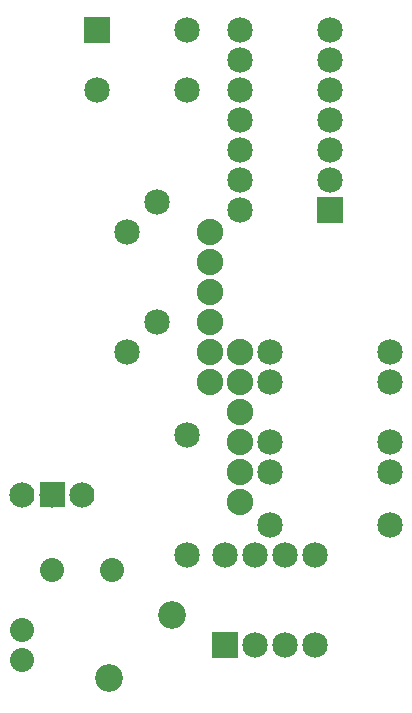
<source format=gbs>
G04 MADE WITH FRITZING*
G04 WWW.FRITZING.ORG*
G04 DOUBLE SIDED*
G04 HOLES PLATED*
G04 CONTOUR ON CENTER OF CONTOUR VECTOR*
%ASAXBY*%
%FSLAX23Y23*%
%MOIN*%
%OFA0B0*%
%SFA1.0B1.0*%
%ADD10C,0.085000*%
%ADD11C,0.088000*%
%ADD12C,0.084000*%
%ADD13C,0.080000*%
%ADD14C,0.092000*%
%ADD15R,0.085000X0.085000*%
%ADD16C,0.030000*%
%ADD17R,0.001000X0.001000*%
%LNMASK0*%
G90*
G70*
G54D10*
X366Y2233D03*
X666Y2233D03*
X366Y2033D03*
X666Y2033D03*
G54D11*
X741Y1558D03*
X741Y1458D03*
X741Y1358D03*
X741Y1258D03*
X741Y1158D03*
X741Y1058D03*
X841Y1158D03*
X841Y1058D03*
X841Y958D03*
X841Y858D03*
X841Y758D03*
X841Y658D03*
G54D10*
X566Y1658D03*
X566Y1258D03*
G54D12*
X116Y683D03*
X216Y683D03*
X316Y683D03*
G54D13*
X216Y433D03*
X416Y433D03*
X116Y133D03*
X116Y233D03*
G54D10*
X791Y183D03*
X791Y483D03*
X891Y183D03*
X891Y483D03*
X991Y183D03*
X991Y483D03*
X1091Y183D03*
X1091Y483D03*
G54D14*
X405Y72D03*
X615Y283D03*
G54D10*
X941Y758D03*
X1341Y758D03*
X666Y483D03*
X666Y883D03*
X941Y583D03*
X1341Y583D03*
X1141Y1633D03*
X841Y1633D03*
X1141Y1733D03*
X841Y1733D03*
X1141Y1833D03*
X841Y1833D03*
X1141Y1933D03*
X841Y1933D03*
X1141Y2033D03*
X841Y2033D03*
X1141Y2133D03*
X841Y2133D03*
X1141Y2233D03*
X841Y2233D03*
X466Y1558D03*
X466Y1158D03*
X1341Y858D03*
X941Y858D03*
X1341Y1058D03*
X941Y1058D03*
X1341Y1158D03*
X941Y1158D03*
G54D15*
X366Y2233D03*
X791Y183D03*
X1141Y1633D03*
G54D16*
G36*
X404Y115D02*
X448Y71D01*
X404Y27D01*
X360Y71D01*
X404Y115D01*
G37*
D02*
G54D17*
X174Y725D02*
X257Y725D01*
X174Y724D02*
X257Y724D01*
X174Y723D02*
X257Y723D01*
X174Y722D02*
X257Y722D01*
X174Y721D02*
X257Y721D01*
X174Y720D02*
X257Y720D01*
X174Y719D02*
X257Y719D01*
X174Y718D02*
X257Y718D01*
X174Y717D02*
X257Y717D01*
X174Y716D02*
X257Y716D01*
X174Y715D02*
X257Y715D01*
X174Y714D02*
X257Y714D01*
X174Y713D02*
X257Y713D01*
X174Y712D02*
X257Y712D01*
X174Y711D02*
X257Y711D01*
X174Y710D02*
X257Y710D01*
X174Y709D02*
X257Y709D01*
X174Y708D02*
X257Y708D01*
X174Y707D02*
X257Y707D01*
X174Y706D02*
X257Y706D01*
X174Y705D02*
X257Y705D01*
X174Y704D02*
X257Y704D01*
X174Y703D02*
X257Y703D01*
X174Y702D02*
X257Y702D01*
X174Y701D02*
X257Y701D01*
X174Y700D02*
X257Y700D01*
X174Y699D02*
X257Y699D01*
X174Y698D02*
X214Y698D01*
X217Y698D02*
X257Y698D01*
X174Y697D02*
X209Y697D01*
X221Y697D02*
X257Y697D01*
X174Y696D02*
X207Y696D01*
X223Y696D02*
X257Y696D01*
X174Y695D02*
X206Y695D01*
X225Y695D02*
X257Y695D01*
X174Y694D02*
X205Y694D01*
X226Y694D02*
X257Y694D01*
X174Y693D02*
X204Y693D01*
X227Y693D02*
X257Y693D01*
X174Y692D02*
X203Y692D01*
X228Y692D02*
X257Y692D01*
X174Y691D02*
X202Y691D01*
X228Y691D02*
X257Y691D01*
X174Y690D02*
X201Y690D01*
X229Y690D02*
X257Y690D01*
X174Y689D02*
X201Y689D01*
X229Y689D02*
X257Y689D01*
X174Y688D02*
X201Y688D01*
X230Y688D02*
X257Y688D01*
X174Y687D02*
X200Y687D01*
X230Y687D02*
X257Y687D01*
X174Y686D02*
X200Y686D01*
X230Y686D02*
X257Y686D01*
X174Y685D02*
X200Y685D01*
X230Y685D02*
X257Y685D01*
X174Y684D02*
X200Y684D01*
X230Y684D02*
X257Y684D01*
X174Y683D02*
X200Y683D01*
X230Y683D02*
X257Y683D01*
X174Y682D02*
X200Y682D01*
X230Y682D02*
X257Y682D01*
X174Y681D02*
X200Y681D01*
X230Y681D02*
X257Y681D01*
X174Y680D02*
X200Y680D01*
X230Y680D02*
X257Y680D01*
X174Y679D02*
X201Y679D01*
X230Y679D02*
X257Y679D01*
X174Y678D02*
X201Y678D01*
X229Y678D02*
X257Y678D01*
X174Y677D02*
X201Y677D01*
X229Y677D02*
X257Y677D01*
X174Y676D02*
X202Y676D01*
X228Y676D02*
X257Y676D01*
X174Y675D02*
X203Y675D01*
X228Y675D02*
X257Y675D01*
X174Y674D02*
X203Y674D01*
X227Y674D02*
X257Y674D01*
X174Y673D02*
X204Y673D01*
X226Y673D02*
X257Y673D01*
X174Y672D02*
X205Y672D01*
X225Y672D02*
X257Y672D01*
X174Y671D02*
X207Y671D01*
X224Y671D02*
X257Y671D01*
X174Y670D02*
X208Y670D01*
X222Y670D02*
X257Y670D01*
X174Y669D02*
X212Y669D01*
X219Y669D02*
X257Y669D01*
X174Y668D02*
X257Y668D01*
X174Y667D02*
X257Y667D01*
X174Y666D02*
X257Y666D01*
X174Y665D02*
X257Y665D01*
X174Y664D02*
X257Y664D01*
X174Y663D02*
X257Y663D01*
X174Y662D02*
X257Y662D01*
X174Y661D02*
X257Y661D01*
X174Y660D02*
X257Y660D01*
X174Y659D02*
X257Y659D01*
X174Y658D02*
X257Y658D01*
X174Y657D02*
X257Y657D01*
X174Y656D02*
X257Y656D01*
X174Y655D02*
X257Y655D01*
X174Y654D02*
X257Y654D01*
X174Y653D02*
X257Y653D01*
X174Y652D02*
X257Y652D01*
X174Y651D02*
X257Y651D01*
X174Y650D02*
X257Y650D01*
X174Y649D02*
X257Y649D01*
X174Y648D02*
X257Y648D01*
X174Y647D02*
X257Y647D01*
X174Y646D02*
X257Y646D01*
X174Y645D02*
X257Y645D01*
X174Y644D02*
X257Y644D01*
X174Y643D02*
X257Y643D01*
X174Y642D02*
X257Y642D01*
D02*
G04 End of Mask0*
M02*
</source>
